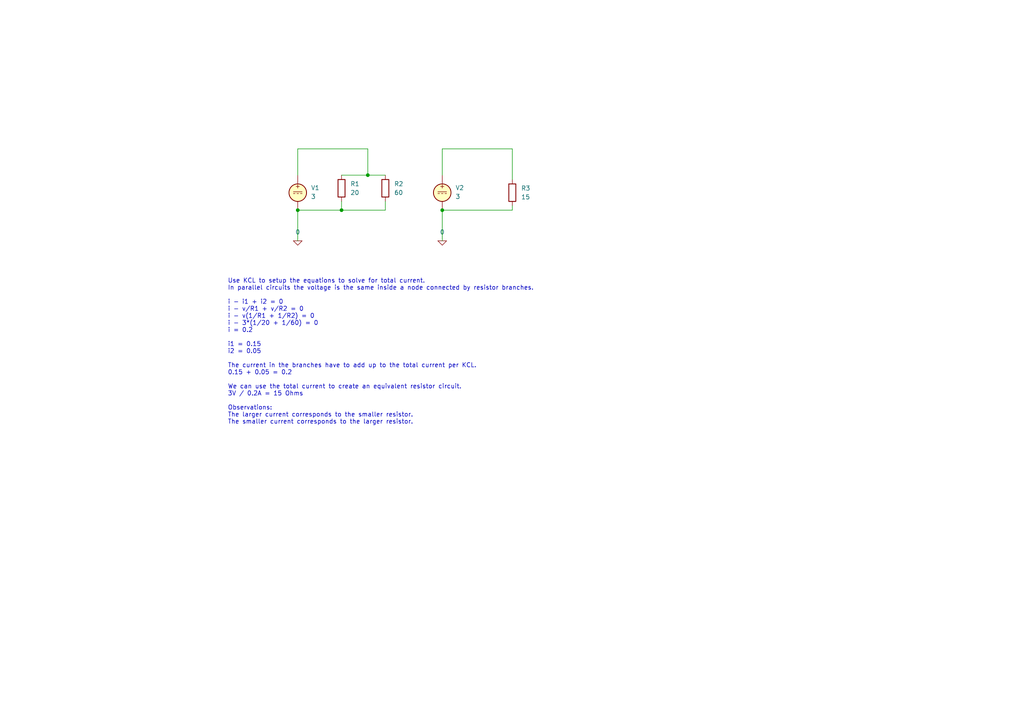
<source format=kicad_sch>
(kicad_sch (version 20230121) (generator eeschema)
  (paper "A4")
  (lib_symbols
    (symbol "Device:R" (pin_numbers hide) (pin_names (offset 0))
      (property "Reference" "R" (at 2.032 0 90))
      (property "Value" "R" (at 0 0 90))
      (symbol "R_0_1"
        (rectangle (start -1.016 -2.54) (end 1.016 2.54) (stroke (width 0.254)))
      )
      (symbol "R_1_1"
        (pin passive line (at 0 3.81 270) (length 1.27) (name "~") (number "1"))
        (pin passive line (at 0 -3.81 90) (length 1.27) (name "~") (number "2"))
      )
    )
    (symbol "Simulation_SPICE:0" (power) (pin_names (offset 0))
      (property "Value" "0" (at 0 -1.778 0))
      (symbol "0_0_1"
        (polyline (pts (xy -1.27 0) (xy 0 -1.27) (xy 1.27 0) (xy -1.27 0)))
      )
      (symbol "0_1_1"
        (pin power_in line (at 0 0 0) (length 0) hide (name "0") (number "1"))
      )
    )
    (symbol "Simulation_SPICE:VDC" (pin_numbers hide) (pin_names (offset 0.0254))
      (property "Reference" "V" (at 2.54 2.54 0))
      (property "Value" "1" (at 2.54 0 0))
      (symbol "VDC_0_0"
        (polyline (pts (xy -1.27 0.254) (xy 1.27 0.254)))
        (polyline (pts (xy -0.762 -0.254) (xy -1.27 -0.254)))
        (polyline (pts (xy 0.254 -0.254) (xy -0.254 -0.254)))
        (polyline (pts (xy 1.27 -0.254) (xy 0.762 -0.254)))
        (text "+" (at 0 1.905 0) (effects (font (size 1.27 1.27))))
      )
      (symbol "VDC_0_1"
        (circle (center 0 0) (radius 2.54) (stroke (width 0.254)) (fill (type background)))
      )
      (symbol "VDC_1_1"
        (pin passive line (at 0 5.08 270) (length 2.54) (name "~") (number "1"))
        (pin passive line (at 0 -5.08 90) (length 2.54) (name "~") (number "2"))
      )
    )
  )
  (junction (at 106.68 50.8))
  (junction (at 99.06 60.96))
  (junction (at 128.27 60.96))
  (junction (at 86.36 60.96))
  (wire (pts (xy 86.36 50.8) (xy 86.36 43.18)))
  (wire (pts (xy 106.68 50.8) (xy 111.76 50.8)))
  (wire (pts (xy 148.59 59.69) (xy 148.59 60.96)))
  (wire (pts (xy 99.06 58.42) (xy 99.06 60.96)))
  (wire (pts (xy 128.27 50.8) (xy 128.27 43.18)))
  (wire (pts (xy 86.36 43.18) (xy 106.68 43.18)))
  (wire (pts (xy 86.36 60.96) (xy 86.36 69.85)))
  (wire (pts (xy 99.06 50.8) (xy 106.68 50.8)))
  (wire (pts (xy 128.27 60.96) (xy 128.27 69.85)))
  (wire (pts (xy 128.27 43.18) (xy 148.59 43.18)))
  (wire (pts (xy 106.68 43.18) (xy 106.68 50.8)))
  (wire (pts (xy 148.59 43.18) (xy 148.59 52.07)))
  (wire (pts (xy 99.06 60.96) (xy 111.76 60.96)))
  (wire (pts (xy 111.76 58.42) (xy 111.76 60.96)))
  (wire (pts (xy 86.36 60.96) (xy 99.06 60.96)))
  (wire (pts (xy 128.27 60.96) (xy 148.59 60.96)))
  (text "Use KCL to setup the equations to solve for total current.\nIn parallel circuits the voltage is the same inside a node connected by resistor branches.\n\ni - i1 + i2 = 0\ni - v/R1 + v/R2 = 0\ni - v(1/R1 + 1/R2) = 0\ni - 3*(1/20 + 1/60) = 0\ni = 0.2\n\ni1 = 0.15\ni2 = 0.05\n\nThe current in the branches have to add up to the total current per KCL.\n0.15 + 0.05 = 0.2\n\nWe can use the total current to create an equivalent resistor circuit.\n3V / 0.2A = 15 Ohms\n\nObservations:\nThe larger current corresponds to the smaller resistor.\nThe smaller current corresponds to the larger resistor.\n" (at 66.04 123.19 0) (effects (font (size 1.27 1.27)) (justify left bottom)))
  (symbol (lib_id "Device:R") (at 148.59 55.88 0) (unit 1)
    (property "Reference" "R3" (at 151.13 54.61 0) (effects (justify left)))
    (property "Value" "15" (at 151.13 57.15 0) (effects (justify left)))
  )
  (symbol (lib_id "Simulation_SPICE:0") (at 86.36 69.85 0) (unit 1)
    (property "Reference" "#GND01" (effects hide))
    (property "Value" "0" (at 86.36 67.31 0))
  )
  (symbol (lib_id "Simulation_SPICE:VDC") (at 86.36 55.88 0) (unit 1)
    (property "Reference" "V1" (at 90.17 54.4802 0) (effects (justify left)))
    (property "Value" "3" (at 90.17 57.0202 0) (effects (justify left)))
    (property "Sim.Pins" "1=+ 2=-" (effects hide))
    (property "Sim.Type" "DC" (effects hide))
    (property "Sim.Device" "V" (effects hide))
  )
  (symbol (lib_id "Simulation_SPICE:0") (at 128.27 69.85 0) (unit 1)
    (property "Reference" "#GND02" (effects hide))
    (property "Value" "0" (at 128.27 67.31 0))
  )
  (symbol (lib_id "Device:R") (at 99.06 54.61 0) (unit 1)
    (property "Reference" "R1" (at 101.6 53.34 0) (effects (justify left)))
    (property "Value" "20" (at 101.6 55.88 0) (effects (justify left)))
  )
  (symbol (lib_id "Device:R") (at 111.76 54.61 0) (unit 1)
    (property "Reference" "R2" (at 114.3 53.34 0) (effects (justify left)))
    (property "Value" "60" (at 114.3 55.88 0) (effects (justify left)))
  )
  (symbol (lib_id "Simulation_SPICE:VDC") (at 128.27 55.88 0) (unit 1)
    (property "Reference" "V2" (at 132.08 54.4802 0) (effects (justify left)))
    (property "Value" "3" (at 132.08 57.0202 0) (effects (justify left)))
    (property "Sim.Pins" "1=+ 2=-" (effects hide))
    (property "Sim.Type" "DC" (effects hide))
    (property "Sim.Device" "V" (effects hide))
  )
)
</source>
